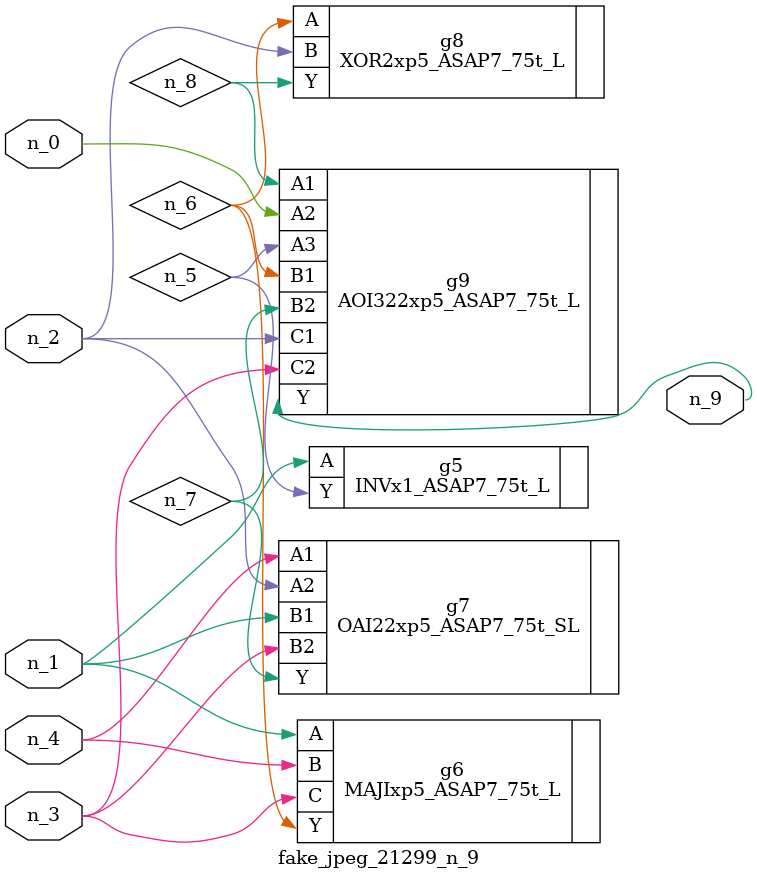
<source format=v>
module fake_jpeg_21299_n_9 (n_3, n_2, n_1, n_0, n_4, n_9);

input n_3;
input n_2;
input n_1;
input n_0;
input n_4;

output n_9;

wire n_8;
wire n_6;
wire n_5;
wire n_7;

INVx1_ASAP7_75t_L g5 ( 
.A(n_1),
.Y(n_5)
);

MAJIxp5_ASAP7_75t_L g6 ( 
.A(n_1),
.B(n_4),
.C(n_3),
.Y(n_6)
);

OAI22xp5_ASAP7_75t_SL g7 ( 
.A1(n_4),
.A2(n_2),
.B1(n_1),
.B2(n_3),
.Y(n_7)
);

XOR2xp5_ASAP7_75t_L g8 ( 
.A(n_6),
.B(n_2),
.Y(n_8)
);

AOI322xp5_ASAP7_75t_L g9 ( 
.A1(n_8),
.A2(n_0),
.A3(n_5),
.B1(n_6),
.B2(n_7),
.C1(n_2),
.C2(n_3),
.Y(n_9)
);


endmodule
</source>
